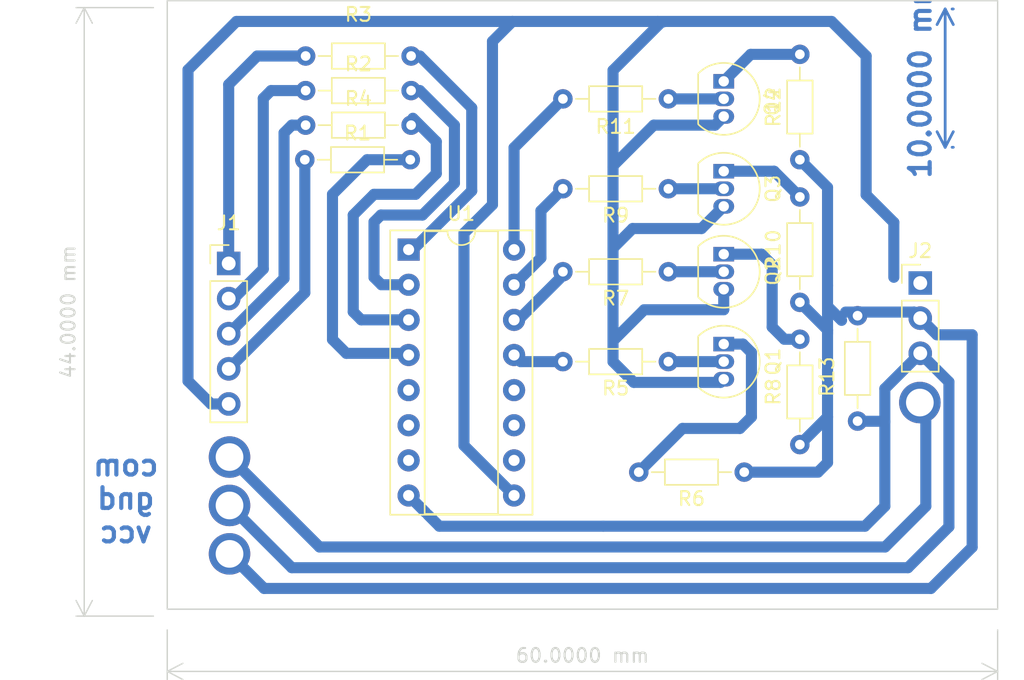
<source format=kicad_pcb>
(kicad_pcb (version 20211014) (generator pcbnew)
  (layers (0 "F.Cu" signal) (31 "B.Cu" signal) (34 "B.Paste" user) (35 "F.Paste" user) (36 "B.SilkS" user "B.Silkscreen") (37 "F.SilkS" user "F.Silkscreen") (38 "B.Mask" user) (39 "F.Mask" user) (44 "Edge.Cuts" user))
  (net 0 "")
  (net 1 "Net-(Q1-Pad1)")
  (net 2 "Net-(Q1-Pad2)")
  (net 3 "+5V")
  (net 4 "Net-(Q2-Pad1)")
  (net 5 "Net-(Q2-Pad2)")
  (net 6 "Net-(Q3-Pad1)")
  (net 7 "Net-(Q3-Pad2)")
  (net 8 "Net-(Q4-Pad1)")
  (net 9 "Net-(Q4-Pad2)")
  (net 10 "Net-(R1-Pad2)")
  (net 11 "Net-(R2-Pad2)")
  (net 12 "Net-(R3-Pad2)")
  (net 13 "Net-(R4-Pad2)")
  (net 14 "Net-(R7-Pad2)")
  (net 15 "Net-(R9-Pad2)")
  (net 16 "Net-(R11-Pad2)")
  (net 17 "Net-(R5-Pad2)")
  (net 24 "Net-(R3-Pad1)")
  (net 25 "Net-(R2-Pad1)")
  (net 26 "Net-(R4-Pad1)")
  (net 27 "Net-(R1-Pad1)")
  (net 28 "GND")
  (footprint "Resistor_THT:R_Axial_DIN0204_L3.6mm_D1.6mm_P7.62mm_Horizontal" (layer "F.Cu") (at 158.88 116.9 90)
    (fp_text reference "R13" (at 3.21 -2.21 90) (layer "F.SilkS"))
    (fp_text value "1000")
    (fp_line (start 5.73 0.92) (end 5.73 -0.92) (layer "F.SilkS") (width 0.12))
    (fp_line (start 0.94 0) (end 1.89 0) (layer "F.SilkS") (width 0.12))
    (fp_line (start 6.68 0) (end 5.73 0) (layer "F.SilkS") (width 0.12))
    (fp_line (start 1.89 0.92) (end 5.73 0.92) (layer "F.SilkS") (width 0.12))
    (fp_line (start 5.73 -0.92) (end 1.89 -0.92) (layer "F.SilkS") (width 0.12))
    (fp_line (start 1.89 -0.92) (end 1.89 0.92) (layer "F.SilkS") (width 0.12))
    (pad "1" thru_hole circle (at 0 0 90) (size 1.4 1.4) (drill 0.7) (layers *.Cu *.Mask) (net 28 "GND"))
    (pad "2" thru_hole oval (at 7.62 0 90) (size 1.4 1.4) (drill 0.7) (layers *.Cu *.Mask) (net 28 "GND"))
  )
  (footprint "Package_TO_SOT_THT:TO-92_Inline" (layer "F.Cu") (at 149.21 92.33 -90)
    (fp_text reference "Q4" (at 1.5 -3.5 90) (layer "F.SilkS"))
    (fp_text value "BC557")
    (fp_line (start -0.53 1.85) (end 3.07 1.85) (layer "F.SilkS") (width 0.12))
    (fp_arc (start 1.27 -2.6) (mid 3.672087 -0.994977) (end 3.108478 1.838478) (layer "F.SilkS") (width 0.12))
    (fp_arc (start -0.568478 1.838478) (mid -1.132087 -0.994977) (end 1.27 -2.6) (layer "F.SilkS") (width 0.12))
    (pad "1" thru_hole rect (at 0 0 270) (size 1.05 1.5) (drill 0.75) (layers *.Cu *.Mask) (net 8 "Net-(Q4-Pad1)"))
    (pad "2" thru_hole oval (at 1.27 0 270) (size 1.05 1.5) (drill 0.75) (layers *.Cu *.Mask) (net 9 "Net-(Q4-Pad2)"))
    (pad "3" thru_hole oval (at 2.54 0 270) (size 1.05 1.5) (drill 0.75) (layers *.Cu *.Mask) (net 3 "+5V"))
  )
  (footprint "Resistor_THT:R_Axial_DIN0204_L3.6mm_D1.6mm_P7.62mm_Horizontal" (layer "F.Cu") (at 154.71 118.6 90)
    (fp_text reference "R8" (at 3.81 -1.92 90) (layer "F.SilkS"))
    (fp_text value "680")
    (fp_line (start 5.73 -0.92) (end 1.89 -0.92) (layer "F.SilkS") (width 0.12))
    (fp_line (start 1.89 0.92) (end 5.73 0.92) (layer "F.SilkS") (width 0.12))
    (fp_line (start 0.94 0) (end 1.89 0) (layer "F.SilkS") (width 0.12))
    (fp_line (start 5.73 0.92) (end 5.73 -0.92) (layer "F.SilkS") (width 0.12))
    (fp_line (start 6.68 0) (end 5.73 0) (layer "F.SilkS") (width 0.12))
    (fp_line (start 1.89 -0.92) (end 1.89 0.92) (layer "F.SilkS") (width 0.12))
    (pad "1" thru_hole circle (at 0 0 90) (size 1.4 1.4) (drill 0.7) (layers *.Cu *.Mask) (net 28 "GND"))
    (pad "2" thru_hole oval (at 7.62 0 90) (size 1.4 1.4) (drill 0.7) (layers *.Cu *.Mask) (net 4 "Net-(Q2-Pad1)"))
  )
  (footprint "Resistor_THT:R_Axial_DIN0204_L3.6mm_D1.6mm_P7.62mm_Horizontal" (layer "F.Cu") (at 119 95.5)
    (fp_text reference "R4" (at 3.81 -1.92) (layer "F.SilkS"))
    (fp_text value "10k")
    (fp_line (start 5.73 0.92) (end 5.73 -0.92) (layer "F.SilkS") (width 0.12))
    (fp_line (start 0.94 0) (end 1.89 0) (layer "F.SilkS") (width 0.12))
    (fp_line (start 6.68 0) (end 5.73 0) (layer "F.SilkS") (width 0.12))
    (fp_line (start 1.89 -0.92) (end 1.89 0.92) (layer "F.SilkS") (width 0.12))
    (fp_line (start 5.73 -0.92) (end 1.89 -0.92) (layer "F.SilkS") (width 0.12))
    (fp_line (start 1.89 0.92) (end 5.73 0.92) (layer "F.SilkS") (width 0.12))
    (pad "1" thru_hole circle (at 0 0) (size 1.4 1.4) (drill 0.7) (layers *.Cu *.Mask) (net 26 "Net-(R4-Pad1)"))
    (pad "2" thru_hole oval (at 7.62 0) (size 1.4 1.4) (drill 0.7) (layers *.Cu *.Mask) (net 13 "Net-(R4-Pad2)"))
  )
  (footprint "Package_TO_SOT_THT:TO-92_Inline" (layer "F.Cu") (at 149.21 111.33 -90)
    (fp_text reference "Q1" (at 1.27 -3.56 90) (layer "F.SilkS"))
    (fp_text value "BC557")
    (fp_line (start -0.53 1.85) (end 3.07 1.85) (layer "F.SilkS") (width 0.12))
    (fp_arc (start 1.27 -2.6) (mid 3.672087 -0.994977) (end 3.108478 1.838478) (layer "F.SilkS") (width 0.12))
    (fp_arc (start -0.568478 1.838478) (mid -1.132087 -0.994977) (end 1.27 -2.6) (layer "F.SilkS") (width 0.12))
    (pad "1" thru_hole rect (at 0 0 270) (size 1.05 1.5) (drill 0.75) (layers *.Cu *.Mask) (net 1 "Net-(Q1-Pad1)"))
    (pad "2" thru_hole oval (at 1.27 0 270) (size 1.05 1.5) (drill 0.75) (layers *.Cu *.Mask) (net 2 "Net-(Q1-Pad2)"))
    (pad "3" thru_hole oval (at 2.54 0 270) (size 1.05 1.5) (drill 0.75) (layers *.Cu *.Mask) (net 3 "+5V"))
  )
  (footprint "Resistor_THT:R_Axial_DIN0204_L3.6mm_D1.6mm_P7.62mm_Horizontal" (layer "F.Cu") (at 119 90.5)
    (fp_text reference "R3" (at 3.81 -3) (layer "F.SilkS"))
    (fp_text value "10k")
    (fp_line (start 1.89 0.92) (end 5.73 0.92) (layer "F.SilkS") (width 0.12))
    (fp_line (start 1.89 -0.92) (end 1.89 0.92) (layer "F.SilkS") (width 0.12))
    (fp_line (start 6.68 0) (end 5.73 0) (layer "F.SilkS") (width 0.12))
    (fp_line (start 5.73 -0.92) (end 1.89 -0.92) (layer "F.SilkS") (width 0.12))
    (fp_line (start 0.94 0) (end 1.89 0) (layer "F.SilkS") (width 0.12))
    (fp_line (start 5.73 0.92) (end 5.73 -0.92) (layer "F.SilkS") (width 0.12))
    (pad "1" thru_hole circle (at 0 0) (size 1.4 1.4) (drill 0.7) (layers *.Cu *.Mask) (net 24 "Net-(R3-Pad1)"))
    (pad "2" thru_hole oval (at 7.62 0) (size 1.4 1.4) (drill 0.7) (layers *.Cu *.Mask) (net 12 "Net-(R3-Pad2)"))
  )
  (footprint "Package_DIP:DIP-16_W7.62mm_Socket" (layer "F.Cu") (at 126.44 104.5)
    (fp_text reference "U1" (at 3.8 -2.6) (layer "F.SilkS"))
    (fp_text value "ULN2003A")
    (fp_line (start -1.33 -1.39) (end -1.33 19.17) (layer "F.SilkS") (width 0.12))
    (fp_line (start 6.46 -1.33) (end 4.81 -1.33) (layer "F.SilkS") (width 0.12))
    (fp_line (start 8.95 19.17) (end 8.95 -1.39) (layer "F.SilkS") (width 0.12))
    (fp_line (start 1.16 19.11) (end 6.46 19.11) (layer "F.SilkS") (width 0.12))
    (fp_line (start 8.95 -1.39) (end -1.33 -1.39) (layer "F.SilkS") (width 0.12))
    (fp_line (start 6.46 19.11) (end 6.46 -1.33) (layer "F.SilkS") (width 0.12))
    (fp_line (start -1.33 19.17) (end 8.95 19.17) (layer "F.SilkS") (width 0.12))
    (fp_line (start 2.81 -1.33) (end 1.16 -1.33) (layer "F.SilkS") (width 0.12))
    (fp_line (start 1.16 -1.33) (end 1.16 19.11) (layer "F.SilkS") (width 0.12))
    (fp_arc (start 4.81 -1.33) (mid 3.81 -0.33) (end 2.81 -1.33) (layer "F.SilkS") (width 0.12))
    (pad "1" thru_hole rect (at 0 0) (size 1.6 1.6) (drill 0.8) (layers *.Cu *.Mask) (net 12 "Net-(R3-Pad2)"))
    (pad "2" thru_hole oval (at 0 2.54) (size 1.6 1.6) (drill 0.8) (layers *.Cu *.Mask) (net 11 "Net-(R2-Pad2)"))
    (pad "3" thru_hole oval (at 0 5.08) (size 1.6 1.6) (drill 0.8) (layers *.Cu *.Mask) (net 13 "Net-(R4-Pad2)"))
    (pad "4" thru_hole oval (at 0 7.62) (size 1.6 1.6) (drill 0.8) (layers *.Cu *.Mask) (net 10 "Net-(R1-Pad2)"))
    (pad "5" thru_hole oval (at 0 10.16) (size 1.6 1.6) (drill 0.8) (layers *.Cu *.Mask))
    (pad "6" thru_hole oval (at 0 12.7) (size 1.6 1.6) (drill 0.8) (layers *.Cu *.Mask))
    (pad "7" thru_hole oval (at 0 15.24) (size 1.6 1.6) (drill 0.8) (layers *.Cu *.Mask))
    (pad "8" thru_hole oval (at 0 17.78) (size 1.6 1.6) (drill 0.8) (layers *.Cu *.Mask) (net 28 "GND"))
    (pad "9" thru_hole oval (at 7.62 17.78) (size 1.6 1.6) (drill 0.8) (layers *.Cu *.Mask) (net 3 "+5V"))
    (pad "10" thru_hole oval (at 7.62 15.24) (size 1.6 1.6) (drill 0.8) (layers *.Cu *.Mask))
    (pad "11" thru_hole oval (at 7.62 12.7) (size 1.6 1.6) (drill 0.8) (layers *.Cu *.Mask))
    (pad "12" thru_hole oval (at 7.62 10.16) (size 1.6 1.6) (drill 0.8) (layers *.Cu *.Mask))
    (pad "13" thru_hole oval (at 7.62 7.62) (size 1.6 1.6) (drill 0.8) (layers *.Cu *.Mask) (net 17 "Net-(R5-Pad2)"))
    (pad "14" thru_hole oval (at 7.62 5.08) (size 1.6 1.6) (drill 0.8) (layers *.Cu *.Mask) (net 14 "Net-(R7-Pad2)"))
    (pad "15" thru_hole oval (at 7.62 2.54) (size 1.6 1.6) (drill 0.8) (layers *.Cu *.Mask) (net 15 "Net-(R9-Pad2)"))
    (pad "16" thru_hole oval (at 7.62 0) (size 1.6 1.6) (drill 0.8) (layers *.Cu *.Mask) (net 16 "Net-(R11-Pad2)"))
  )
  (footprint "Resistor_THT:R_Axial_DIN0204_L3.6mm_D1.6mm_P7.62mm_Horizontal" (layer "F.Cu") (at 145.21 112.6 180)
    (fp_text reference "R5" (at 3.81 -1.92) (layer "F.SilkS"))
    (fp_text value "10k")
    (fp_line (start 6.68 0) (end 5.73 0) (layer "F.SilkS") (width 0.12))
    (fp_line (start 0.94 0) (end 1.89 0) (layer "F.SilkS") (width 0.12))
    (fp_line (start 5.73 0.92) (end 5.73 -0.92) (layer "F.SilkS") (width 0.12))
    (fp_line (start 1.89 0.92) (end 5.73 0.92) (layer "F.SilkS") (width 0.12))
    (fp_line (start 5.73 -0.92) (end 1.89 -0.92) (layer "F.SilkS") (width 0.12))
    (fp_line (start 1.89 -0.92) (end 1.89 0.92) (layer "F.SilkS") (width 0.12))
    (pad "1" thru_hole circle (at 0 0 180) (size 1.4 1.4) (drill 0.7) (layers *.Cu *.Mask) (net 2 "Net-(Q1-Pad2)"))
    (pad "2" thru_hole oval (at 7.62 0 180) (size 1.4 1.4) (drill 0.7) (layers *.Cu *.Mask) (net 17 "Net-(R5-Pad2)"))
  )
  (footprint "Package_TO_SOT_THT:TO-92_Inline" (layer "F.Cu") (at 149.21 104.83 -90)
    (fp_text reference "Q2" (at 1.27 -3.56 90) (layer "F.SilkS"))
    (fp_text value "BC557")
    (fp_line (start -0.53 1.85) (end 3.07 1.85) (layer "F.SilkS") (width 0.12))
    (fp_arc (start -0.568478 1.838478) (mid -1.132087 -0.994977) (end 1.27 -2.6) (layer "F.SilkS") (width 0.12))
    (fp_arc (start 1.27 -2.6) (mid 3.672087 -0.994977) (end 3.108478 1.838478) (layer "F.SilkS") (width 0.12))
    (pad "1" thru_hole rect (at 0 0 270) (size 1.05 1.5) (drill 0.75) (layers *.Cu *.Mask) (net 4 "Net-(Q2-Pad1)"))
    (pad "2" thru_hole oval (at 1.27 0 270) (size 1.05 1.5) (drill 0.75) (layers *.Cu *.Mask) (net 5 "Net-(Q2-Pad2)"))
    (pad "3" thru_hole oval (at 2.54 0 270) (size 1.05 1.5) (drill 0.75) (layers *.Cu *.Mask) (net 3 "+5V"))
  )
  (footprint "Resistor_THT:R_Axial_DIN0204_L3.6mm_D1.6mm_P7.62mm_Horizontal" (layer "F.Cu") (at 150.69 120.59 180)
    (fp_text reference "R6" (at 3.81 -1.92) (layer "F.SilkS"))
    (fp_text value "220")
    (fp_line (start 6.68 0) (end 5.73 0) (layer "F.SilkS") (width 0.12))
    (fp_line (start 5.73 -0.92) (end 1.89 -0.92) (layer "F.SilkS") (width 0.12))
    (fp_line (start 0.94 0) (end 1.89 0) (layer "F.SilkS") (width 0.12))
    (fp_line (start 5.73 0.92) (end 5.73 -0.92) (layer "F.SilkS") (width 0.12))
    (fp_line (start 1.89 0.92) (end 5.73 0.92) (layer "F.SilkS") (width 0.12))
    (fp_line (start 1.89 -0.92) (end 1.89 0.92) (layer "F.SilkS") (width 0.12))
    (pad "1" thru_hole circle (at 0 0 180) (size 1.4 1.4) (drill 0.7) (layers *.Cu *.Mask) (net 28 "GND"))
    (pad "2" thru_hole oval (at 7.62 0 180) (size 1.4 1.4) (drill 0.7) (layers *.Cu *.Mask) (net 1 "Net-(Q1-Pad1)"))
  )
  (footprint "Connector_PinHeader_2.54mm:PinHeader_1x05_P2.54mm_Vertical" (layer "F.Cu") (at 113.44 105.5)
    (fp_text reference "J1" (at 0 -2.925) (layer "F.SilkS"))
    (fp_text value "Conn_01x05")
    (fp_line (start -1.33 -1.33) (end 0 -1.33) (layer "F.SilkS") (width 0.12))
    (fp_line (start -1.33 0) (end -1.33 -1.33) (layer "F.SilkS") (width 0.12))
    (fp_line (start -1.33 1.27) (end 1.33 1.27) (layer "F.SilkS") (width 0.12))
    (fp_line (start -1.33 1.27) (end -1.33 11.49) (layer "F.SilkS") (width 0.12))
    (fp_line (start -1.33 11.49) (end 1.33 11.49) (layer "F.SilkS") (width 0.12))
    (fp_line (start 1.33 1.27) (end 1.33 11.49) (layer "F.SilkS") (width 0.12))
    (pad "1" thru_hole rect (at 0 0) (size 1.7 1.7) (drill 1) (layers *.Cu *.Mask) (net 24 "Net-(R3-Pad1)"))
    (pad "2" thru_hole oval (at 0 2.54) (size 1.7 1.7) (drill 1) (layers *.Cu *.Mask) (net 25 "Net-(R2-Pad1)"))
    (pad "3" thru_hole oval (at 0 5.08) (size 1.7 1.7) (drill 1) (layers *.Cu *.Mask) (net 26 "Net-(R4-Pad1)"))
    (pad "4" thru_hole oval (at 0 7.62) (size 1.7 1.7) (drill 1) (layers *.Cu *.Mask) (net 27 "Net-(R1-Pad1)"))
    (pad "5" thru_hole oval (at 0 10.16) (size 1.7 1.7) (drill 1) (layers *.Cu *.Mask) (net 3 "+5V"))
  )
  (footprint "Connector_PinHeader_2.54mm:PinHeader_1x03_P2.54mm_Vertical" (layer "F.Cu") (at 163.41 106.915)
    (fp_text reference "J2" (at 0 -2.33) (layer "F.SilkS"))
    (fp_text value "Conn_01x03")
    (fp_line (start -1.33 1.27) (end -1.33 6.41) (layer "F.SilkS") (width 0.12))
    (fp_line (start -1.33 6.41) (end 1.33 6.41) (layer "F.SilkS") (width 0.12))
    (fp_line (start -1.33 1.27) (end 1.33 1.27) (layer "F.SilkS") (width 0.12))
    (fp_line (start -1.33 -1.33) (end 0 -1.33) (layer "F.SilkS") (width 0.12))
    (fp_line (start 1.33 1.27) (end 1.33 6.41) (layer "F.SilkS") (width 0.12))
    (fp_line (start -1.33 0) (end -1.33 -1.33) (layer "F.SilkS") (width 0.12))
    (pad "1" thru_hole rect (at 0 0) (size 1.7 1.7) (drill 1) (layers *.Cu *.Mask) (net 3 "+5V"))
    (pad "2" thru_hole oval (at 0 2.54) (size 1.7 1.7) (drill 1) (layers *.Cu *.Mask) (net 28 "GND"))
    (pad "3" thru_hole oval (at 0 5.08) (size 1.7 1.7) (drill 1) (layers *.Cu *.Mask) (net 28 "GND"))
  )
  (footprint "Resistor_THT:R_Axial_DIN0204_L3.6mm_D1.6mm_P7.62mm_Horizontal" (layer "F.Cu") (at 145.21 106.1 180)
    (fp_text reference "R7" (at 3.81 -1.92) (layer "F.SilkS"))
    (fp_text value "10k")
    (fp_line (start 0.94 0) (end 1.89 0) (layer "F.SilkS") (width 0.12))
    (fp_line (start 5.73 0.92) (end 5.73 -0.92) (layer "F.SilkS") (width 0.12))
    (fp_line (start 1.89 -0.92) (end 1.89 0.92) (layer "F.SilkS") (width 0.12))
    (fp_line (start 1.89 0.92) (end 5.73 0.92) (layer "F.SilkS") (width 0.12))
    (fp_line (start 5.73 -0.92) (end 1.89 -0.92) (layer "F.SilkS") (width 0.12))
    (fp_line (start 6.68 0) (end 5.73 0) (layer "F.SilkS") (width 0.12))
    (pad "1" thru_hole circle (at 0 0 180) (size 1.4 1.4) (drill 0.7) (layers *.Cu *.Mask) (net 5 "Net-(Q2-Pad2)"))
    (pad "2" thru_hole oval (at 7.62 0 180) (size 1.4 1.4) (drill 0.7) (layers *.Cu *.Mask) (net 14 "Net-(R7-Pad2)"))
  )
  (footprint "Resistor_THT:R_Axial_DIN0204_L3.6mm_D1.6mm_P7.62mm_Horizontal" (layer "F.Cu") (at 145.21 93.6 180)
    (fp_text reference "R11" (at 3.81 -2) (layer "F.SilkS"))
    (fp_text value "10k")
    (fp_line (start 5.73 -0.92) (end 1.89 -0.92) (layer "F.SilkS") (width 0.12))
    (fp_line (start 6.68 0) (end 5.73 0) (layer "F.SilkS") (width 0.12))
    (fp_line (start 1.89 0.92) (end 5.73 0.92) (layer "F.SilkS") (width 0.12))
    (fp_line (start 5.73 0.92) (end 5.73 -0.92) (layer "F.SilkS") (width 0.12))
    (fp_line (start 1.89 -0.92) (end 1.89 0.92) (layer "F.SilkS") (width 0.12))
    (fp_line (start 0.94 0) (end 1.89 0) (layer "F.SilkS") (width 0.12))
    (pad "1" thru_hole circle (at 0 0 180) (size 1.4 1.4) (drill 0.7) (layers *.Cu *.Mask) (net 9 "Net-(Q4-Pad2)"))
    (pad "2" thru_hole oval (at 7.62 0 180) (size 1.4 1.4) (drill 0.7) (layers *.Cu *.Mask) (net 16 "Net-(R11-Pad2)"))
  )
  (footprint "Resistor_THT:R_Axial_DIN0204_L3.6mm_D1.6mm_P7.62mm_Horizontal" (layer "F.Cu") (at 118.94 98)
    (fp_text reference "R1" (at 3.81 -1.92) (layer "F.SilkS"))
    (fp_text value "10k")
    (fp_line (start 5.73 -0.92) (end 1.89 -0.92) (layer "F.SilkS") (width 0.12))
    (fp_line (start 1.89 0.92) (end 5.73 0.92) (layer "F.SilkS") (width 0.12))
    (fp_line (start 6.68 0) (end 5.73 0) (layer "F.SilkS") (width 0.12))
    (fp_line (start 1.89 -0.92) (end 1.89 0.92) (layer "F.SilkS") (width 0.12))
    (fp_line (start 0.94 0) (end 1.89 0) (layer "F.SilkS") (width 0.12))
    (fp_line (start 5.73 0.92) (end 5.73 -0.92) (layer "F.SilkS") (width 0.12))
    (pad "1" thru_hole circle (at 0 0) (size 1.4 1.4) (drill 0.7) (layers *.Cu *.Mask) (net 27 "Net-(R1-Pad1)"))
    (pad "2" thru_hole oval (at 7.62 0) (size 1.4 1.4) (drill 0.7) (layers *.Cu *.Mask) (net 10 "Net-(R1-Pad2)"))
  )
  (footprint "Resistor_THT:R_Axial_DIN0204_L3.6mm_D1.6mm_P7.62mm_Horizontal" (layer "F.Cu") (at 119 93)
    (fp_text reference "R2" (at 3.81 -1.92) (layer "F.SilkS"))
    (fp_text value "10k")
    (fp_line (start 5.73 0.92) (end 5.73 -0.92) (layer "F.SilkS") (width 0.12))
    (fp_line (start 1.89 -0.92) (end 1.89 0.92) (layer "F.SilkS") (width 0.12))
    (fp_line (start 5.73 -0.92) (end 1.89 -0.92) (layer "F.SilkS") (width 0.12))
    (fp_line (start 1.89 0.92) (end 5.73 0.92) (layer "F.SilkS") (width 0.12))
    (fp_line (start 6.68 0) (end 5.73 0) (layer "F.SilkS") (width 0.12))
    (fp_line (start 0.94 0) (end 1.89 0) (layer "F.SilkS") (width 0.12))
    (pad "1" thru_hole circle (at 0 0) (size 1.4 1.4) (drill 0.7) (layers *.Cu *.Mask) (net 25 "Net-(R2-Pad1)"))
    (pad "2" thru_hole oval (at 7.62 0) (size 1.4 1.4) (drill 0.7) (layers *.Cu *.Mask) (net 11 "Net-(R2-Pad2)"))
  )
  (footprint "Resistor_THT:R_Axial_DIN0204_L3.6mm_D1.6mm_P7.62mm_Horizontal" (layer "F.Cu") (at 145.21 100.1 180)
    (fp_text reference "R9" (at 3.81 -1.92) (layer "F.SilkS"))
    (fp_text value "10k")
    (fp_line (start 1.89 -0.92) (end 1.89 0.92) (layer "F.SilkS") (width 0.12))
    (fp_line (start 0.94 0) (end 1.89 0) (layer "F.SilkS") (width 0.12))
    (fp_line (start 5.73 0.92) (end 5.73 -0.92) (layer "F.SilkS") (width 0.12))
    (fp_line (start 5.73 -0.92) (end 1.89 -0.92) (layer "F.SilkS") (width 0.12))
    (fp_line (start 6.68 0) (end 5.73 0) (layer "F.SilkS") (width 0.12))
    (fp_line (start 1.89 0.92) (end 5.73 0.92) (layer "F.SilkS") (width 0.12))
    (pad "1" thru_hole circle (at 0 0 180) (size 1.4 1.4) (drill 0.7) (layers *.Cu *.Mask) (net 7 "Net-(Q3-Pad2)"))
    (pad "2" thru_hole oval (at 7.62 0 180) (size 1.4 1.4) (drill 0.7) (layers *.Cu *.Mask) (net 15 "Net-(R9-Pad2)"))
  )
  (footprint "Resistor_THT:R_Axial_DIN0204_L3.6mm_D1.6mm_P7.62mm_Horizontal" (layer "F.Cu") (at 154.71 108.31 90)
    (fp_text reference "R10" (at 3.81 -1.92 90) (layer "F.SilkS"))
    (fp_text value "2500")
    (fp_line (start 6.68 0) (end 5.73 0) (layer "F.SilkS") (width 0.12))
    (fp_line (start 5.73 -0.92) (end 1.89 -0.92) (layer "F.SilkS") (width 0.12))
    (fp_line (start 0.94 0) (end 1.89 0) (layer "F.SilkS") (width 0.12))
    (fp_line (start 1.89 0.92) (end 5.73 0.92) (layer "F.SilkS") (width 0.12))
    (fp_line (start 5.73 0.92) (end 5.73 -0.92) (layer "F.SilkS") (width 0.12))
    (fp_line (start 1.89 -0.92) (end 1.89 0.92) (layer "F.SilkS") (width 0.12))
    (pad "1" thru_hole circle (at 0 0 90) (size 1.4 1.4) (drill 0.7) (layers *.Cu *.Mask) (net 28 "GND"))
    (pad "2" thru_hole oval (at 7.62 0 90) (size 1.4 1.4) (drill 0.7) (layers *.Cu *.Mask) (net 6 "Net-(Q3-Pad1)"))
  )
  (footprint "Resistor_THT:R_Axial_DIN0204_L3.6mm_D1.6mm_P7.62mm_Horizontal" (layer "F.Cu") (at 154.71 98 90)
    (fp_text reference "R12" (at 3.81 -1.92 90) (layer "F.SilkS"))
    (fp_text value "5600")
    (fp_line (start 5.73 -0.92) (end 1.89 -0.92) (layer "F.SilkS") (width 0.12))
    (fp_line (start 0.94 0) (end 1.89 0) (layer "F.SilkS") (width 0.12))
    (fp_line (start 1.89 0.92) (end 5.73 0.92) (layer "F.SilkS") (width 0.12))
    (fp_line (start 5.73 0.92) (end 5.73 -0.92) (layer "F.SilkS") (width 0.12))
    (fp_line (start 6.68 0) (end 5.73 0) (layer "F.SilkS") (width 0.12))
    (fp_line (start 1.89 -0.92) (end 1.89 0.92) (layer "F.SilkS") (width 0.12))
    (pad "1" thru_hole circle (at 0 0 90) (size 1.4 1.4) (drill 0.7) (layers *.Cu *.Mask) (net 28 "GND"))
    (pad "2" thru_hole oval (at 7.62 0 90) (size 1.4 1.4) (drill 0.7) (layers *.Cu *.Mask) (net 8 "Net-(Q4-Pad1)"))
  )
  (footprint "Package_TO_SOT_THT:TO-92_Inline" (layer "F.Cu") (at 149.21 98.83 -90)
    (fp_text reference "Q3" (at 1.27 -3.56 90) (layer "F.SilkS"))
    (fp_text value "BC557")
    (fp_line (start -0.53 1.85) (end 3.07 1.85) (layer "F.SilkS") (width 0.12))
    (fp_arc (start 1.27 -2.6) (mid 3.672087 -0.994977) (end 3.108478 1.838478) (layer "F.SilkS") (width 0.12))
    (fp_arc (start -0.568478 1.838478) (mid -1.132087 -0.994977) (end 1.27 -2.6) (layer "F.SilkS") (width 0.12))
    (pad "1" thru_hole rect (at 0 0 270) (size 1.05 1.5) (drill 0.75) (layers *.Cu *.Mask) (net 6 "Net-(Q3-Pad1)"))
    (pad "2" thru_hole oval (at 1.27 0 270) (size 1.05 1.5) (drill 0.75) (layers *.Cu *.Mask) (net 7 "Net-(Q3-Pad2)"))
    (pad "3" thru_hole oval (at 2.54 0 270) (size 1.05 1.5) (drill 0.75) (layers *.Cu *.Mask) (net 3 "+5V"))
  )
  (gr_rect (start 169 130.5) (end 109 86.5) (layer "Edge.Cuts") (width 0.1) (fill none))
  (gr_text "com\ngnd\nvcc\n" (at 106 122.5) (layer "B.Cu") (effects (font (size 1.5 1.5) (thickness 0.3)) (justify mirror)))
  (dimension (type aligned) (layer "B.Cu") (pts (xy 165.21 87.1) (xy 165.21 97.1)) (height 0) (gr_text "10.0000 mm" (at 163.41 92.1 90) (layer "B.Cu") (effects (font (size 1.5 1.5) (thickness 0.3)))) (format (units 3) (units_format 1) (precision 4)) (style (thickness 0.2) (arrow_length 1.27) (text_position_mode 0) (extension_height 0.58642) (extension_offset 0.5) keep_text_aligned))
  (dimension (type aligned) (layer "Edge.Cuts") (pts (xy 108.5 131) (xy 108.5 87)) (height -5.5) (gr_text "44.0000 mm" (at 101.85 109 90) (layer "Edge.Cuts") (effects (font (size 1 1) (thickness 0.15)))) (format (units 3) (units_format 1) (precision 4)) (style (thickness 0.1) (arrow_length 1.27) (text_position_mode 0) (extension_height 0.58642) (extension_offset 0.5) keep_text_aligned))
  (dimension (type aligned) (layer "Edge.Cuts") (pts (xy 169 131.5) (xy 109 131.5)) (height -3.5) (gr_text "60.0000 mm" (at 139 133.85) (layer "Edge.Cuts") (effects (font (size 1 1) (thickness 0.15)))) (format (units 3) (units_format 1) (precision 4)) (style (thickness 0.1) (arrow_length 1.27) (text_position_mode 0) (extension_height 0.58642) (extension_offset 0.5) keep_text_aligned))
  (via (at 113.5 123) (size 3) (drill 2) (layers "F.Cu" "B.Cu") (net 0))
  (via (at 163.3805 115.558918) (size 3) (drill 2) (layers "F.Cu" "B.Cu") (net 0))
  (via (at 113.5 119.5) (size 3) (drill 2) (layers "F.Cu" "B.Cu") (net 0))
  (via (at 113.5 126.5) (size 3) (drill 2) (layers "F.Cu" "B.Cu") (net 0))
  (segment (start 151.21 111.942345) (end 151.21 116.6) (width 0.8) (layer "B.Cu") (net 1))
  (segment (start 150.38 117.43) (end 146.23 117.43) (width 0.8) (layer "B.Cu") (net 1))
  (segment (start 150.597655 111.33) (end 151.21 111.942345) (width 0.8) (layer "B.Cu") (net 1))
  (segment (start 151.21 116.6) (end 150.38 117.43) (width 0.8) (layer "B.Cu") (net 1))
  (segment (start 149.21 111.33) (end 150.597655 111.33) (width 0.8) (layer "B.Cu") (net 1))
  (segment (start 146.23 117.43) (end 143.07 120.59) (width 0.8) (layer "B.Cu") (net 1))
  (segment (start 145.21 112.6) (end 149.21 112.6) (width 0.8) (layer "B.Cu") (net 2))
  (segment (start 141.21 91.54) (end 141.21 98.6) (width 0.8) (layer "B.Cu") (net 3))
  (segment (start 114 88) (end 133.94 88) (width 0.8) (layer "B.Cu") (net 3))
  (segment (start 130.44 103.31) (end 130.44 118.66) (width 0.8) (layer "B.Cu") (net 3))
  (segment (start 132.5 89.44) (end 132.5 101.25) (width 0.8) (layer "B.Cu") (net 3))
  (segment (start 144.15 95.5) (end 148.58 95.5) (width 0.8) (layer "B.Cu") (net 3))
  (segment (start 142.71 114.1) (end 141.21 112.6) (width 0.8) (layer "B.Cu") (net 3))
  (segment (start 112.16 115.66) (end 110.5 114) (width 0.8) (layer "B.Cu") (net 3))
  (segment (start 141.21 104.6) (end 141.21 98.44) (width 0.8) (layer "B.Cu") (net 3))
  (segment (start 159.5 90.5) (end 159.5 100.535) (width 0.8) (layer "B.Cu") (net 3))
  (segment (start 147.605 102.975) (end 149.21 101.37) (width 0.8) (layer "B.Cu") (net 3))
  (segment (start 141.21 104.39) (end 142.625 102.975) (width 0.8) (layer "B.Cu") (net 3))
  (segment (start 133.94 88) (end 132.5 89.44) (width 0.8) (layer "B.Cu") (net 3))
  (segment (start 130.44 118.66) (end 134.06 122.28) (width 0.8) (layer "B.Cu") (net 3))
  (segment (start 144.44 88) (end 157 88) (width 0.8) (layer "B.Cu") (net 3))
  (segment (start 113.44 115.66) (end 112.16 115.66) (width 0.8) (layer "B.Cu") (net 3))
  (segment (start 161.5 102.535) (end 161.5 106.5) (width 0.8) (layer "B.Cu") (net 3))
  (segment (start 149.21 108.84) (end 149.21 107.37) (width 0.8) (layer "B.Cu") (net 3))
  (segment (start 110.5 91.5) (end 114 88) (width 0.8) (layer "B.Cu") (net 3))
  (segment (start 132.5 101.25) (end 130.44 103.31) (width 0.8) (layer "B.Cu") (net 3))
  (segment (start 144.87 88.03) (end 144.72 88.03) (width 0.8) (layer "B.Cu") (net 3))
  (segment (start 148.58 95.5) (end 149.21 94.87) (width 0.8) (layer "B.Cu") (net 3))
  (segment (start 144.72 88.03) (end 141.21 91.54) (width 0.8) (layer "B.Cu") (net 3))
  (segment (start 141.21 112.6) (end 141.21 111.1) (width 0.8) (layer "B.Cu") (net 3))
  (segment (start 110.5 114) (end 110.5 91.5) (width 0.8) (layer "B.Cu") (net 3))
  (segment (start 157 88) (end 159.5 90.5) (width 0.8) (layer "B.Cu") (net 3))
  (segment (start 159.5 100.535) (end 161.5 102.535) (width 0.8) (layer "B.Cu") (net 3))
  (segment (start 142.625 102.975) (end 147.605 102.975) (width 0.8) (layer "B.Cu") (net 3))
  (segment (start 144.44 88) (end 133.94 88) (width 0.8) (layer "B.Cu") (net 3))
  (segment (start 149.21 113.87) (end 148.98 114.1) (width 0.8) (layer "B.Cu") (net 3))
  (segment (start 148.98 114.1) (end 142.71 114.1) (width 0.8) (layer "B.Cu") (net 3))
  (segment (start 143.46 108.85) (end 149.2 108.85) (width 0.8) (layer "B.Cu") (net 3))
  (segment (start 141.21 111.1) (end 143.46 108.85) (width 0.8) (layer "B.Cu") (net 3))
  (segment (start 141.21 98.44) (end 144.15 95.5) (width 0.8) (layer "B.Cu") (net 3))
  (segment (start 141.21 111.1) (end 141.21 104.39) (width 0.8) (layer "B.Cu") (net 3))
  (segment (start 149.2 108.85) (end 149.21 108.84) (width 0.8) (layer "B.Cu") (net 3))
  (segment (start 152.71 110.1) (end 153.59 110.98) (width 0.8) (layer "B.Cu") (net 4))
  (segment (start 149.21 104.83) (end 151.94 104.83) (width 0.8) (layer "B.Cu") (net 4))
  (segment (start 151.94 104.83) (end 152.71 105.6) (width 0.8) (layer "B.Cu") (net 4))
  (segment (start 152.71 105.6) (end 152.71 110.1) (width 0.8) (layer "B.Cu") (net 4))
  (segment (start 153.59 110.98) (end 154.71 110.98) (width 0.8) (layer "B.Cu") (net 4))
  (segment (start 145.21 106.1) (end 149.21 106.1) (width 0.8) (layer "B.Cu") (net 5))
  (segment (start 149.21 98.83) (end 152.85 98.83) (width 0.8) (layer "B.Cu") (net 6))
  (segment (start 152.85 98.83) (end 154.71 100.69) (width 0.8) (layer "B.Cu") (net 6))
  (segment (start 145.21 100.1) (end 149.21 100.1) (width 0.8) (layer "B.Cu") (net 7))
  (segment (start 149.21 92.33) (end 151.16 90.38) (width 0.8) (layer "B.Cu") (net 8))
  (segment (start 151.16 90.38) (end 154.71 90.38) (width 0.8) (layer "B.Cu") (net 8))
  (segment (start 145.21 93.6) (end 149.21 93.6) (width 0.8) (layer "B.Cu") (net 9))
  (segment (start 120.94 100.5) (end 120.94 111) (width 0.8) (layer "B.Cu") (net 10))
  (segment (start 126.56 98) (end 123.44 98) (width 0.8) (layer "B.Cu") (net 10))
  (segment (start 126.32 112) (end 126.44 112.12) (width 0.8) (layer "B.Cu") (net 10))
  (segment (start 121.94 112) (end 126.32 112) (width 0.8) (layer "B.Cu") (net 10))
  (segment (start 120.94 111) (end 121.94 112) (width 0.8) (layer "B.Cu") (net 10))
  (segment (start 123.44 98) (end 120.94 100.5) (width 0.8) (layer "B.Cu") (net 10))
  (segment (start 127.44 102) (end 124.44 102) (width 0.8) (layer "B.Cu") (net 11))
  (segment (start 126.62 93) (end 127.25 93) (width 0.8) (layer "B.Cu") (net 11))
  (segment (start 124.44 102) (end 123.94 102.5) (width 0.8) (layer "B.Cu") (net 11))
  (segment (start 127.25 93) (end 129.75 95.5) (width 0.8) (layer "B.Cu") (net 11))
  (segment (start 123.94 106.5) (end 124.48 107.04) (width 0.8) (layer "B.Cu") (net 11))
  (segment (start 129.75 95.5) (end 129.75 99.69) (width 0.8) (layer "B.Cu") (net 11))
  (segment (start 124.48 107.04) (end 126.44 107.04) (width 0.8) (layer "B.Cu") (net 11))
  (segment (start 129.75 99.69) (end 127.44 102) (width 0.8) (layer "B.Cu") (net 11))
  (segment (start 123.94 102.5) (end 123.94 106.5) (width 0.8) (layer "B.Cu") (net 11))
  (segment (start 126.75 104.5) (end 126.44 104.5) (width 0.8) (layer "B.Cu") (net 12))
  (segment (start 131 94.25) (end 131 100.25) (width 0.8) (layer "B.Cu") (net 12))
  (segment (start 126.62 90.5) (end 127.25 90.5) (width 0.8) (layer "B.Cu") (net 12))
  (segment (start 131 100.25) (end 126.75 104.5) (width 0.8) (layer "B.Cu") (net 12))
  (segment (start 127.25 90.5) (end 131 94.25) (width 0.8) (layer "B.Cu") (net 12))
  (segment (start 128.44 96.69) (end 128.44 99) (width 0.8) (layer "B.Cu") (net 13))
  (segment (start 123.02 109.58) (end 126.44 109.58) (width 0.8) (layer "B.Cu") (net 13))
  (segment (start 126.94 100.5) (end 123.94 100.5) (width 0.8) (layer "B.Cu") (net 13))
  (segment (start 123.94 100.5) (end 122.44 102) (width 0.8) (layer "B.Cu") (net 13))
  (segment (start 128.44 99) (end 126.94 100.5) (width 0.8) (layer "B.Cu") (net 13))
  (segment (start 122.44 109) (end 123.02 109.58) (width 0.8) (layer "B.Cu") (net 13))
  (segment (start 126.75 95) (end 128.44 96.69) (width 0.8) (layer "B.Cu") (net 13))
  (segment (start 122.44 102) (end 122.44 109) (width 0.8) (layer "B.Cu") (net 13))
  (segment (start 134.37 109.58) (end 134.06 109.58) (width 0.8) (layer "B.Cu") (net 14))
  (segment (start 137.59 106.36) (end 134.37 109.58) (width 0.8) (layer "B.Cu") (net 14))
  (segment (start 137.59 106.1) (end 137.59 106.36) (width 0.8) (layer "B.Cu") (net 14))
  (segment (start 136 101.69) (end 136 105.1) (width 0.8) (layer "B.Cu") (net 15))
  (segment (start 136 105.1) (end 134.06 107.04) (width 0.8) (layer "B.Cu") (net 15))
  (segment (start 137.59 100.1) (end 136 101.69) (width 0.8) (layer "B.Cu") (net 15))
  (segment (start 137.59 93.6) (end 134.06 97.13) (width 0.8) (layer "B.Cu") (net 16))
  (segment (start 134.06 97.13) (end 134.06 104.5) (width 0.8) (layer "B.Cu") (net 16))
  (segment (start 134.54 112.6) (end 134.06 112.12) (width 0.8) (layer "B.Cu") (net 17))
  (segment (start 137.59 112.6) (end 134.54 112.6) (width 0.8) (layer "B.Cu") (net 17))
  (segment (start 134.18 112) (end 134.06 112.12) (width 0.8) (layer "B.Cu") (net 17))
  (segment (start 113.44 92.56) (end 113.44 105.5) (width 0.8) (layer "B.Cu") (net 24))
  (segment (start 115.5 90.5) (end 113.44 92.56) (width 0.8) (layer "B.Cu") (net 24))
  (segment (start 119 90.5) (end 115.5 90.5) (width 0.8) (layer "B.Cu") (net 24))
  (segment (start 113.799022 108.04) (end 115.94 105.899022) (width 0.8) (layer "B.Cu") (net 25))
  (segment (start 115.94 93.56) (end 116.5 93) (width 0.8) (layer "B.Cu") (net 25))
  (segment (start 113.44 108.04) (end 113.799022 108.04) (width 0.8) (layer "B.Cu") (net 25))
  (segment (start 115.94 105.899022) (end 115.94 93.56) (width 0.8) (layer "B.Cu") (net 25))
  (segment (start 116.5 93) (end 119 93) (width 0.8) (layer "B.Cu") (net 25))
  (segment (start 113.44 110.58) (end 117.44 106.58) (width 0.8) (layer "B.Cu") (net 26))
  (segment (start 117.44 96.06) (end 118 95.5) (width 0.8) (layer "B.Cu") (net 26))
  (segment (start 118 95.5) (end 119 95.5) (width 0.8) (layer "B.Cu") (net 26))
  (segment (start 117.44 106.58) (end 117.44 96.06) (width 0.8) (layer "B.Cu") (net 26))
  (segment (start 113.44 113.12) (end 118.94 107.62) (width 0.8) (layer "B.Cu") (net 27))
  (segment (start 118.94 107.62) (end 118.94 98) (width 0.8) (layer "B.Cu") (net 27))
  (segment (start 154.71 108.31) (end 156.71 110.31) (width 0.8) (layer "B.Cu") (net 28))
  (segment (start 158.015 109.015) (end 162.97 109.015) (width 0.8) (layer "B.Cu") (net 28))
  (segment (start 154.71 108.31) (end 154.92 108.31) (width 0.8) (layer "B.Cu") (net 28))
  (segment (start 156.71 110.31) (end 156.71 116.6) (width 0.8) (layer "B.Cu") (net 28))
  (segment (start 156.71 108.6) (end 157.725 109.615) (width 0.8) (layer "B.Cu") (net 28))
  (segment (start 158.78 116.91) (end 160.71 116.91) (width 0.8) (layer "B.Cu") (net 28))
  (segment (start 162.52 127.5) (end 165.48 124.54) (width 0.8) (layer "B.Cu") (net 28))
  (segment (start 159.41 124.5) (end 140.5 124.5) (width 0.8) (layer "B.Cu") (net 28))
  (segment (start 118 127.5) (end 162.52 127.5) (width 0.8) (layer "B.Cu") (net 28))
  (segment (start 160.85 123.06) (end 159.41 124.5) (width 0.8) (layer "B.Cu") (net 28))
  (segment (start 128.66 124.5) (end 127.839511 123.679511) (width 0.8) (layer "B.Cu") (net 28))
  (segment (start 120 126) (end 113.5 119.5) (width 0.8) (layer "B.Cu") (net 28))
  (segment (start 163.81 115.988418) (end 163.81 123.06) (width 0.8) (layer "B.Cu") (net 28))
  (segment (start 116 129) (end 164.18 129) (width 0.8) (layer "B.Cu") (net 28))
  (segment (start 162.97 109.015) (end 163.41 109.455) (width 0.8) (layer "B.Cu") (net 28))
  (segment (start 160.81 116.9) (end 160.85 116.94) (width 0.25) (layer "B.Cu") (net 28))
  (segment (start 113.5 126.5) (end 116 129) (width 0.8) (layer "B.Cu") (net 28))
  (segment (start 163.81 123.06) (end 160.87 126) (width 0.8) (layer "B.Cu") (net 28))
  (segment (start 163.41 111.995) (end 160.85 114.555) (width 0.8) (layer "B.Cu") (net 28))
  (segment (start 113.5 123) (end 118 127.5) (width 0.8) (layer "B.Cu") (net 28))
  (segment (start 150.69 120.59) (end 156.02 120.59) (width 0.8) (layer "B.Cu") (net 28))
  (segment (start 156.71 116.6) (end 154.71 118.6) (width 0.8) (layer "B.Cu") (net 28))
  (segment (start 167.16 126.02) (end 167.16 110.66) (width 0.8) (layer "B.Cu") (net 28))
  (segment (start 163.3805 115.558918) (end 163.81 115.988418) (width 0.8) (layer "B.Cu") (net 28))
  (segment (start 156.02 120.59) (end 156.71 119.9) (width 0.8) (layer "B.Cu") (net 28))
  (segment (start 127.66 123.5) (end 126.44 122.28) (width 0.8) (layer "B.Cu") (net 28))
  (segment (start 164.18 129) (end 167.16 126.02) (width 0.8) (layer "B.Cu") (net 28))
  (segment (start 156.71 119.9) (end 156.71 116.6) (width 0.8) (layer "B.Cu") (net 28))
  (segment (start 160.85 116.94) (end 160.85 123.06) (width 0.8) (layer "B.Cu") (net 28))
  (segment (start 164.615 110.66) (end 163.41 109.455) (width 0.8) (layer "B.Cu") (net 28))
  (segment (start 165.48 114.065) (end 163.41 111.995) (width 0.8) (layer "B.Cu") (net 28))
  (segment (start 154.71 98) (end 156.71 100) (width 0.8) (layer "B.Cu") (net 28))
  (segment (start 160.85 114.555) (end 160.85 116.94) (width 0.8) (layer "B.Cu") (net 28))
  (segment (start 156.71 100) (end 156.71 107.1) (width 0.8) (layer "B.Cu") (net 28))
  (segment (start 156.71 108.6) (end 156.71 110.6) (width 0.8) (layer "B.Cu") (net 28))
  (segment (start 165.48 124.54) (end 165.48 114.065) (width 0.8) (layer "B.Cu") (net 28))
  (segment (start 140.5 124.5) (end 128.66 124.5) (width 0.8) (layer "B.Cu") (net 28))
  (segment (start 160.87 126) (end 120 126) (width 0.8) (layer "B.Cu") (net 28))
  (segment (start 156.71 107.1) (end 156.71 108.6) (width 0.8) (layer "B.Cu") (net 28))
  (segment (start 167.16 110.66) (end 164.615 110.66) (width 0.8) (layer "B.Cu") (net 28))
)
</source>
